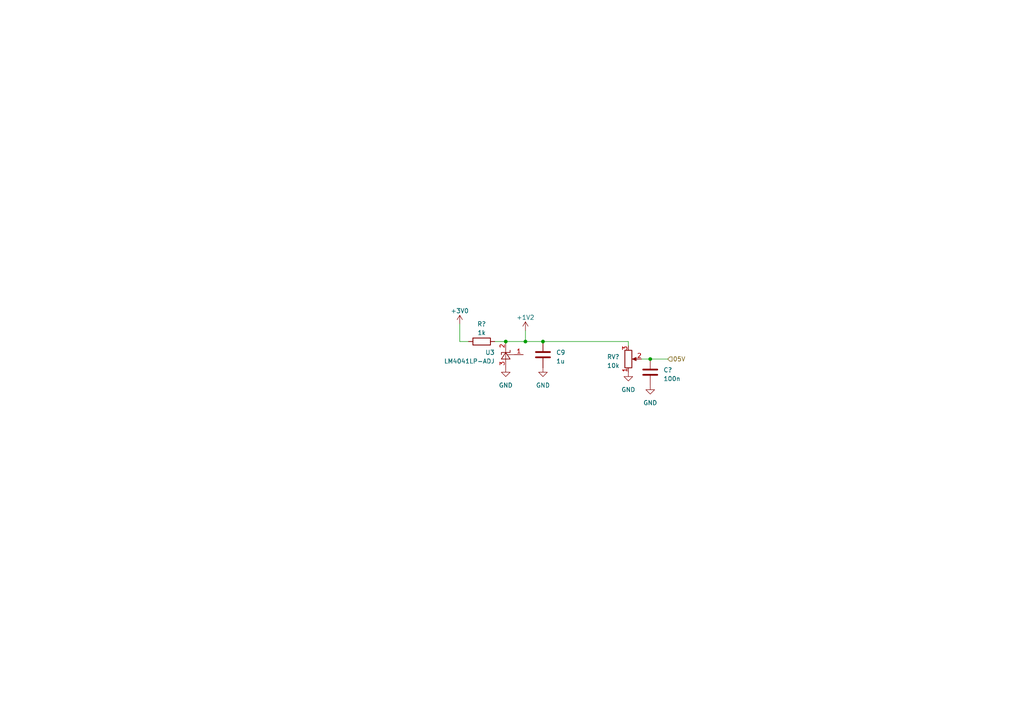
<source format=kicad_sch>
(kicad_sch (version 20230121) (generator eeschema)
  (paper "A4")
  (lib_symbols
    (symbol "Device:C" (pin_numbers hide) (pin_names (offset 0.254))
      (property "Reference" "C" (at 0.635 2.54 0))
      (property "Value" "C" (at 0.635 -2.54 0))
      (symbol "C_0_1"
        (polyline (pts (xy -2.032 -0.762) (xy 2.032 -0.762)) (stroke (width 0.508)))
        (polyline (pts (xy -2.032 0.762) (xy 2.032 0.762)) (stroke (width 0.508)))
      )
      (symbol "C_1_1"
        (pin passive line (at 0 3.81 270) (length 2.794) (name "~") (number "1"))
        (pin passive line (at 0 -3.81 90) (length 2.794) (name "~") (number "2"))
      )
    )
    (symbol "Device:R" (pin_numbers hide) (pin_names (offset 0))
      (property "Reference" "R" (at 2.032 0 90))
      (property "Value" "R" (at 0 0 90))
      (symbol "R_0_1"
        (rectangle (start -1.016 -2.54) (end 1.016 2.54) (stroke (width 0.254)))
      )
      (symbol "R_1_1"
        (pin passive line (at 0 3.81 270) (length 1.27) (name "~") (number "1"))
        (pin passive line (at 0 -3.81 90) (length 1.27) (name "~") (number "2"))
      )
    )
    (symbol "Device:R_Potentiometer" (pin_names (offset 1.016) hide)
      (property "Reference" "RV" (at -4.445 0 90))
      (property "Value" "R_Potentiometer" (at -2.54 0 90))
      (symbol "R_Potentiometer_0_1"
        (polyline (pts (xy 2.54 0) (xy 1.524 0)))
        (polyline (pts (xy 1.143 0) (xy 2.286 0.508) (xy 2.286 -0.508) (xy 1.143 0)) (fill (type outline)))
        (rectangle (start 1.016 2.54) (end -1.016 -2.54) (stroke (width 0.254)))
      )
      (symbol "R_Potentiometer_1_1"
        (pin passive line (at 0 3.81 270) (length 1.27) (name "1") (number "1"))
        (pin passive line (at 3.81 0 180) (length 1.27) (name "2") (number "2"))
        (pin passive line (at 0 -3.81 90) (length 1.27) (name "3") (number "3"))
      )
    )
    (symbol "Reference_Voltage:LM4041LP-ADJ" (pin_names (offset 0.0254) hide)
      (property "Reference" "U" (at 2.54 3.81 0))
      (property "Value" "LM4041LP-ADJ" (at 0 -3.175 0))
      (symbol "LM4041LP-ADJ_0_1"
        (polyline (pts (xy 0 2.54) (xy 0 0.508)))
        (polyline (pts (xy -1.27 0) (xy 0 0) (xy 1.27 0)))
        (polyline (pts (xy -1.27 -1.27) (xy 0.635 0) (xy -1.27 1.27) (xy -1.27 -1.27)) (stroke (width 0.2032)))
        (polyline (pts (xy 0 -1.27) (xy 0.635 -1.27) (xy 0.635 1.27) (xy 1.27 1.27)) (stroke (width 0.2032)))
      )
      (symbol "LM4041LP-ADJ_1_1"
        (pin input line (at 0 5.08 270) (length 2.54) (name "FB") (number "1"))
        (pin passive line (at 3.81 0 180) (length 2.54) (name "K") (number "2"))
        (pin passive line (at -3.81 0 0) (length 2.54) (name "A") (number "3"))
      )
    )
    (symbol "power:+1V2" (power) (pin_names (offset 0))
      (property "Value" "+1V2" (at 0 3.556 0))
      (symbol "+1V2_0_1"
        (polyline (pts (xy -0.762 1.27) (xy 0 2.54)))
        (polyline (pts (xy 0 0) (xy 0 2.54)))
        (polyline (pts (xy 0 2.54) (xy 0.762 1.27)))
      )
      (symbol "+1V2_1_1"
        (pin power_in line (at 0 0 90) (length 0) hide (name "+1V2") (number "1"))
      )
    )
    (symbol "power:+3V0" (power) (pin_names (offset 0))
      (property "Value" "+3V0" (at 0 3.556 0))
      (symbol "+3V0_0_1"
        (polyline (pts (xy -0.762 1.27) (xy 0 2.54)))
        (polyline (pts (xy 0 0) (xy 0 2.54)))
        (polyline (pts (xy 0 2.54) (xy 0.762 1.27)))
      )
      (symbol "+3V0_1_1"
        (pin power_in line (at 0 0 90) (length 0) hide (name "+3V0") (number "1"))
      )
    )
    (symbol "power:GND" (power) (pin_names (offset 0))
      (property "Value" "GND" (at 0 -3.81 0))
      (symbol "GND_0_1"
        (polyline (pts (xy 0 0) (xy 0 -1.27) (xy 1.27 -1.27) (xy 0 -2.54) (xy -1.27 -1.27) (xy 0 -1.27)))
      )
      (symbol "GND_1_1"
        (pin power_in line (at 0 0 270) (length 0) hide (name "GND") (number "1"))
      )
    )
  )
  (junction (at 188.595 104.14))
  (junction (at 157.48 99.06))
  (junction (at 152.4 99.06))
  (junction (at 146.685 99.06))
  (wire (pts (xy 143.51 99.06) (xy 146.685 99.06)))
  (wire (pts (xy 186.055 104.14) (xy 188.595 104.14)))
  (wire (pts (xy 133.35 99.06) (xy 135.89 99.06)))
  (wire (pts (xy 146.685 99.06) (xy 152.4 99.06)))
  (wire (pts (xy 188.595 104.14) (xy 193.675 104.14)))
  (wire (pts (xy 152.4 99.06) (xy 157.48 99.06)))
  (wire (pts (xy 133.35 99.06) (xy 133.35 93.98)))
  (wire (pts (xy 152.4 95.885) (xy 152.4 99.06)))
  (wire (pts (xy 157.48 99.06) (xy 182.245 99.06)))
  (wire (pts (xy 182.245 99.06) (xy 182.245 100.33)))
  (hierarchical_label "05V" (shape input) (at 193.675 104.14 0))
  (symbol (lib_id "Device:R_Potentiometer") (at 182.245 104.14 0) (mirror x) (unit 1)
    (property "Reference" "RV?" (at 179.705 103.505 0) (effects (justify right)))
    (property "Value" "10k" (at 179.705 106.045 0) (effects (justify right)))
    (property "Footprint" "Potentiometer_THT:Potentiometer_Bourns_3266Y_Vertical" (effects hide))
    (instances (project "weit_generator" (path "" (reference "RV?") (unit 1)) (path "" (reference "RV1") (unit 1)) (path "" (reference "RV1") (unit 1))))
  )
  (symbol (lib_id "power:+1V2") (at 152.4 95.885 0) (unit 1)
    (property "Reference" "#PWR039" (effects hide))
    (property "Value" "+1V2" (at 152.4 92.075 0))
    (instances (project "weit_generator" (path "" (reference "#PWR039") (unit 1)) (path "" (reference "#PWR037") (unit 1))))
  )
  (symbol (lib_id "Device:C") (at 157.48 102.87 0) (unit 1)
    (property "Reference" "C9" (at 161.29 102.235 0) (effects (justify left)))
    (property "Value" "1u" (at 161.29 104.775 0) (effects (justify left)))
  )
  (symbol (lib_id "Device:C") (at 188.595 107.95 0) (mirror y) (unit 1)
    (property "Reference" "C?" (at 192.405 107.315 0) (effects (justify right)))
    (property "Value" "100n" (at 192.405 109.855 0) (effects (justify right)))
    (property "Footprint" "Capacitor_SMD:C_0805_2012Metric_Pad1.18x1.45mm_HandSolder" (effects hide))
    (instances (project "weit_generator" (path "" (reference "C?") (unit 1)) (path "" (reference "C10") (unit 1)) (path "" (reference "C8") (unit 1))))
  )
  (symbol (lib_id "power:GND") (at 146.685 106.68 0) (unit 1)
    (property "Reference" "#PWR?" (effects hide))
    (property "Value" "GND" (at 146.685 111.76 0))
    (instances (project "weit_generator" (path "" (reference "#PWR?") (unit 1)) (path "" (reference "#PWR026") (unit 1)) (path "" (reference "#PWR026") (unit 1))))
  )
  (symbol (lib_id "Reference_Voltage:LM4041LP-ADJ") (at 146.685 102.87 270) (mirror x) (unit 1)
    (property "Reference" "U3" (at 143.51 102.235 90) (effects (justify right)))
    (property "Value" "LM4041LP-ADJ" (at 143.51 104.775 90) (effects (justify right)))
    (property "Footprint" "Package_TO_SOT_THT:TO-92_Inline" (effects hide))
    (property "Datasheet" "http://www.ti.com/lit/ds/symlink/lm4041-n.pdf" (effects hide))
  )
  (symbol (lib_id "Device:R") (at 139.7 99.06 90) (unit 1)
    (property "Reference" "R?" (at 139.7 93.98 90))
    (property "Value" "1k" (at 139.7 96.52 90))
    (property "Footprint" "Resistor_SMD:R_0805_2012Metric_Pad1.20x1.40mm_HandSolder" (effects hide))
    (instances (project "weit_generator" (path "" (reference "R?") (unit 1)) (path "" (reference "R23") (unit 1)) (path "" (reference "R22") (unit 1))))
  )
  (symbol (lib_id "power:GND") (at 188.595 111.76 0) (unit 1)
    (property "Reference" "#PWR?" (effects hide))
    (property "Value" "GND" (at 188.595 116.84 0))
    (instances (project "weit_generator" (path "" (reference "#PWR?") (unit 1)) (path "" (reference "#PWR029") (unit 1)) (path "" (reference "#PWR029") (unit 1))))
  )
  (symbol (lib_id "power:GND") (at 182.245 107.95 0) (unit 1)
    (property "Reference" "#PWR?" (effects hide))
    (property "Value" "GND" (at 182.245 113.03 0))
    (instances (project "weit_generator" (path "" (reference "#PWR?") (unit 1)) (path "" (reference "#PWR028") (unit 1)) (path "" (reference "#PWR028") (unit 1))))
  )
  (symbol (lib_id "power:GND") (at 157.48 106.68 0) (unit 1)
    (property "Reference" "#PWR?" (effects hide))
    (property "Value" "GND" (at 157.48 111.76 0))
    (instances (project "weit_generator" (path "" (reference "#PWR?") (unit 1)) (path "" (reference "#PWR026") (unit 1)) (path "" (reference "#PWR035") (unit 1))))
  )
  (symbol (lib_id "power:+3V0") (at 133.35 93.98 0) (mirror y) (unit 1)
    (property "Reference" "#PWR?" (effects hide))
    (property "Value" "+3V0" (at 133.35 90.17 0))
    (instances (project "weit_generator" (path "" (reference "#PWR?") (unit 1)) (path "" (reference "#PWR025") (unit 1)) (path "" (reference "#PWR025") (unit 1))))
  )
)
</source>
